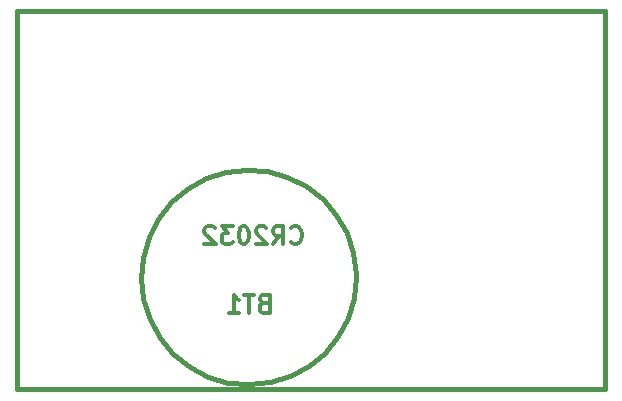
<source format=gbo>
G04 (created by PCBNEW-RS274X (2010-05-05 BZR 2356)-stable) date 4/07/2011 8:20:50 p.m.*
G01*
G70*
G90*
%MOIN*%
G04 Gerber Fmt 3.4, Leading zero omitted, Abs format*
%FSLAX34Y34*%
G04 APERTURE LIST*
%ADD10C,0.006000*%
%ADD11C,0.015000*%
%ADD12C,0.012000*%
G04 APERTURE END LIST*
G54D10*
G54D11*
X39291Y-32323D02*
X39291Y-19764D01*
X19685Y-32362D02*
X39291Y-32362D01*
X19685Y-19763D02*
X19685Y-32362D01*
X39291Y-19763D02*
X19685Y-19763D01*
X30985Y-28622D02*
X30916Y-29317D01*
X30714Y-29987D01*
X30386Y-30604D01*
X29944Y-31146D01*
X29405Y-31592D01*
X28790Y-31925D01*
X28122Y-32131D01*
X27427Y-32204D01*
X26731Y-32141D01*
X26060Y-31944D01*
X25441Y-31620D01*
X24896Y-31181D01*
X24446Y-30646D01*
X24109Y-30033D01*
X23898Y-29366D01*
X23820Y-28672D01*
X23878Y-27976D01*
X24071Y-27304D01*
X24391Y-26682D01*
X24825Y-26134D01*
X25358Y-25680D01*
X25968Y-25339D01*
X26633Y-25123D01*
X27327Y-25040D01*
X28024Y-25094D01*
X28697Y-25282D01*
X29321Y-25597D01*
X29872Y-26028D01*
X30329Y-26557D01*
X30675Y-27165D01*
X30895Y-27829D01*
X30983Y-28522D01*
X30985Y-28622D01*
G54D12*
X27912Y-29496D02*
X27826Y-29524D01*
X27798Y-29553D01*
X27769Y-29610D01*
X27769Y-29696D01*
X27798Y-29753D01*
X27826Y-29781D01*
X27884Y-29810D01*
X28112Y-29810D01*
X28112Y-29210D01*
X27912Y-29210D01*
X27855Y-29238D01*
X27826Y-29267D01*
X27798Y-29324D01*
X27798Y-29381D01*
X27826Y-29438D01*
X27855Y-29467D01*
X27912Y-29496D01*
X28112Y-29496D01*
X27598Y-29210D02*
X27255Y-29210D01*
X27426Y-29810D02*
X27426Y-29210D01*
X26741Y-29810D02*
X27084Y-29810D01*
X26912Y-29810D02*
X26912Y-29210D01*
X26969Y-29296D01*
X27027Y-29353D01*
X27084Y-29381D01*
X28815Y-27469D02*
X28844Y-27497D01*
X28930Y-27526D01*
X28987Y-27526D01*
X29072Y-27497D01*
X29130Y-27440D01*
X29158Y-27383D01*
X29187Y-27269D01*
X29187Y-27183D01*
X29158Y-27069D01*
X29130Y-27012D01*
X29072Y-26954D01*
X28987Y-26926D01*
X28930Y-26926D01*
X28844Y-26954D01*
X28815Y-26983D01*
X28215Y-27526D02*
X28415Y-27240D01*
X28558Y-27526D02*
X28558Y-26926D01*
X28330Y-26926D01*
X28272Y-26954D01*
X28244Y-26983D01*
X28215Y-27040D01*
X28215Y-27126D01*
X28244Y-27183D01*
X28272Y-27212D01*
X28330Y-27240D01*
X28558Y-27240D01*
X27987Y-26983D02*
X27958Y-26954D01*
X27901Y-26926D01*
X27758Y-26926D01*
X27701Y-26954D01*
X27672Y-26983D01*
X27644Y-27040D01*
X27644Y-27097D01*
X27672Y-27183D01*
X28015Y-27526D01*
X27644Y-27526D01*
X27273Y-26926D02*
X27216Y-26926D01*
X27159Y-26954D01*
X27130Y-26983D01*
X27101Y-27040D01*
X27073Y-27154D01*
X27073Y-27297D01*
X27101Y-27412D01*
X27130Y-27469D01*
X27159Y-27497D01*
X27216Y-27526D01*
X27273Y-27526D01*
X27330Y-27497D01*
X27359Y-27469D01*
X27387Y-27412D01*
X27416Y-27297D01*
X27416Y-27154D01*
X27387Y-27040D01*
X27359Y-26983D01*
X27330Y-26954D01*
X27273Y-26926D01*
X26873Y-26926D02*
X26502Y-26926D01*
X26702Y-27154D01*
X26616Y-27154D01*
X26559Y-27183D01*
X26530Y-27212D01*
X26502Y-27269D01*
X26502Y-27412D01*
X26530Y-27469D01*
X26559Y-27497D01*
X26616Y-27526D01*
X26788Y-27526D01*
X26845Y-27497D01*
X26873Y-27469D01*
X26274Y-26983D02*
X26245Y-26954D01*
X26188Y-26926D01*
X26045Y-26926D01*
X25988Y-26954D01*
X25959Y-26983D01*
X25931Y-27040D01*
X25931Y-27097D01*
X25959Y-27183D01*
X26302Y-27526D01*
X25931Y-27526D01*
M02*

</source>
